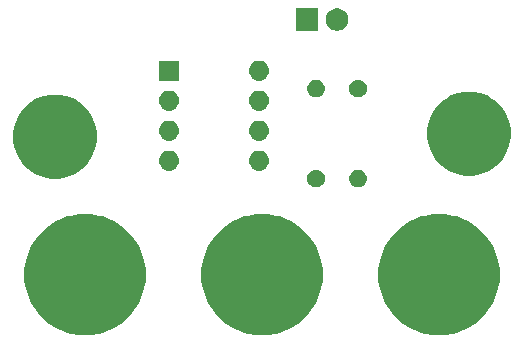
<source format=gts>
G04 #@! TF.GenerationSoftware,KiCad,Pcbnew,(5.0.1)-3*
G04 #@! TF.CreationDate,2019-09-11T17:54:32+05:30*
G04 #@! TF.ProjectId,kicad-tut,6B696361642D7475742E6B696361645F,v1.0*
G04 #@! TF.SameCoordinates,Original*
G04 #@! TF.FileFunction,Soldermask,Top*
G04 #@! TF.FilePolarity,Negative*
%FSLAX46Y46*%
G04 Gerber Fmt 4.6, Leading zero omitted, Abs format (unit mm)*
G04 Created by KiCad (PCBNEW (5.0.1)-3) date 09/11/19 17:54:32*
%MOMM*%
%LPD*%
G01*
G04 APERTURE LIST*
%ADD10C,0.100000*%
G04 APERTURE END LIST*
D10*
G36*
X129686225Y-97870454D02*
X130016658Y-97936181D01*
X130403443Y-98096393D01*
X130950439Y-98322966D01*
X131790825Y-98884494D01*
X132505506Y-99599175D01*
X133067034Y-100439561D01*
X133453819Y-101373343D01*
X133651000Y-102364639D01*
X133651000Y-103375361D01*
X133453819Y-104366657D01*
X133067034Y-105300439D01*
X132505506Y-106140825D01*
X131790825Y-106855506D01*
X130950439Y-107417034D01*
X130403443Y-107643607D01*
X130016658Y-107803819D01*
X129686225Y-107869546D01*
X129025361Y-108001000D01*
X128014639Y-108001000D01*
X127353775Y-107869546D01*
X127023342Y-107803819D01*
X126636557Y-107643607D01*
X126089561Y-107417034D01*
X125249175Y-106855506D01*
X124534494Y-106140825D01*
X123972966Y-105300439D01*
X123586181Y-104366657D01*
X123389000Y-103375361D01*
X123389000Y-102364639D01*
X123586181Y-101373343D01*
X123972966Y-100439561D01*
X124534494Y-99599175D01*
X125249175Y-98884494D01*
X126089561Y-98322966D01*
X126636557Y-98096393D01*
X127023342Y-97936181D01*
X127353775Y-97870454D01*
X128014639Y-97739000D01*
X129025361Y-97739000D01*
X129686225Y-97870454D01*
X129686225Y-97870454D01*
G37*
G36*
X159656225Y-97870454D02*
X159986658Y-97936181D01*
X160373443Y-98096393D01*
X160920439Y-98322966D01*
X161760825Y-98884494D01*
X162475506Y-99599175D01*
X163037034Y-100439561D01*
X163423819Y-101373343D01*
X163621000Y-102364639D01*
X163621000Y-103375361D01*
X163423819Y-104366657D01*
X163037034Y-105300439D01*
X162475506Y-106140825D01*
X161760825Y-106855506D01*
X160920439Y-107417034D01*
X160373443Y-107643607D01*
X159986658Y-107803819D01*
X159656225Y-107869546D01*
X158995361Y-108001000D01*
X157984639Y-108001000D01*
X157323775Y-107869546D01*
X156993342Y-107803819D01*
X156606557Y-107643607D01*
X156059561Y-107417034D01*
X155219175Y-106855506D01*
X154504494Y-106140825D01*
X153942966Y-105300439D01*
X153556181Y-104366657D01*
X153359000Y-103375361D01*
X153359000Y-102364639D01*
X153556181Y-101373343D01*
X153942966Y-100439561D01*
X154504494Y-99599175D01*
X155219175Y-98884494D01*
X156059561Y-98322966D01*
X156606557Y-98096393D01*
X156993342Y-97936181D01*
X157323775Y-97870454D01*
X157984639Y-97739000D01*
X158995361Y-97739000D01*
X159656225Y-97870454D01*
X159656225Y-97870454D01*
G37*
G36*
X144676225Y-97870454D02*
X145006658Y-97936181D01*
X145393443Y-98096393D01*
X145940439Y-98322966D01*
X146780825Y-98884494D01*
X147495506Y-99599175D01*
X148057034Y-100439561D01*
X148443819Y-101373343D01*
X148641000Y-102364639D01*
X148641000Y-103375361D01*
X148443819Y-104366657D01*
X148057034Y-105300439D01*
X147495506Y-106140825D01*
X146780825Y-106855506D01*
X145940439Y-107417034D01*
X145393443Y-107643607D01*
X145006658Y-107803819D01*
X144676225Y-107869546D01*
X144015361Y-108001000D01*
X143004639Y-108001000D01*
X142343775Y-107869546D01*
X142013342Y-107803819D01*
X141626557Y-107643607D01*
X141079561Y-107417034D01*
X140239175Y-106855506D01*
X139524494Y-106140825D01*
X138962966Y-105300439D01*
X138576181Y-104366657D01*
X138379000Y-103375361D01*
X138379000Y-102364639D01*
X138576181Y-101373343D01*
X138962966Y-100439561D01*
X139524494Y-99599175D01*
X140239175Y-98884494D01*
X141079561Y-98322966D01*
X141626557Y-98096393D01*
X142013342Y-97936181D01*
X142343775Y-97870454D01*
X143004639Y-97739000D01*
X144015361Y-97739000D01*
X144676225Y-97870454D01*
X144676225Y-97870454D01*
G37*
G36*
X151711665Y-93994622D02*
X151785222Y-94001867D01*
X151926786Y-94044810D01*
X152057252Y-94114546D01*
X152171606Y-94208394D01*
X152265454Y-94322748D01*
X152335190Y-94453214D01*
X152378133Y-94594778D01*
X152392633Y-94742000D01*
X152378133Y-94889222D01*
X152335190Y-95030786D01*
X152265454Y-95161252D01*
X152171606Y-95275606D01*
X152057252Y-95369454D01*
X151926786Y-95439190D01*
X151785222Y-95482133D01*
X151711665Y-95489378D01*
X151674888Y-95493000D01*
X151601112Y-95493000D01*
X151564335Y-95489378D01*
X151490778Y-95482133D01*
X151349214Y-95439190D01*
X151218748Y-95369454D01*
X151104394Y-95275606D01*
X151010546Y-95161252D01*
X150940810Y-95030786D01*
X150897867Y-94889222D01*
X150883367Y-94742000D01*
X150897867Y-94594778D01*
X150940810Y-94453214D01*
X151010546Y-94322748D01*
X151104394Y-94208394D01*
X151218748Y-94114546D01*
X151349214Y-94044810D01*
X151490778Y-94001867D01*
X151564335Y-93994622D01*
X151601112Y-93991000D01*
X151674888Y-93991000D01*
X151711665Y-93994622D01*
X151711665Y-93994622D01*
G37*
G36*
X148210600Y-94001867D02*
X148301059Y-94019860D01*
X148437732Y-94076472D01*
X148494715Y-94114547D01*
X148560738Y-94158662D01*
X148665338Y-94263262D01*
X148665340Y-94263265D01*
X148747528Y-94386268D01*
X148804140Y-94522941D01*
X148833000Y-94668033D01*
X148833000Y-94815967D01*
X148804140Y-94961059D01*
X148747528Y-95097732D01*
X148666446Y-95219079D01*
X148665338Y-95220738D01*
X148560738Y-95325338D01*
X148560735Y-95325340D01*
X148437732Y-95407528D01*
X148301059Y-95464140D01*
X148214004Y-95481456D01*
X148155969Y-95493000D01*
X148008031Y-95493000D01*
X147949996Y-95481456D01*
X147862941Y-95464140D01*
X147726268Y-95407528D01*
X147603265Y-95325340D01*
X147603262Y-95325338D01*
X147498662Y-95220738D01*
X147497554Y-95219079D01*
X147416472Y-95097732D01*
X147359860Y-94961059D01*
X147331000Y-94815967D01*
X147331000Y-94668033D01*
X147359860Y-94522941D01*
X147416472Y-94386268D01*
X147498660Y-94263265D01*
X147498662Y-94263262D01*
X147603262Y-94158662D01*
X147669285Y-94114547D01*
X147726268Y-94076472D01*
X147862941Y-94019860D01*
X147953400Y-94001867D01*
X148008031Y-93991000D01*
X148155969Y-93991000D01*
X148210600Y-94001867D01*
X148210600Y-94001867D01*
G37*
G36*
X127019786Y-87771462D02*
X127019788Y-87771463D01*
X127019789Y-87771463D01*
X127666029Y-88039144D01*
X127666030Y-88039145D01*
X128247634Y-88427760D01*
X128742240Y-88922366D01*
X128742242Y-88922369D01*
X129130856Y-89503971D01*
X129322647Y-89966996D01*
X129398538Y-90150214D01*
X129535000Y-90836256D01*
X129535000Y-91535744D01*
X129449062Y-91967786D01*
X129398537Y-92221789D01*
X129130856Y-92868029D01*
X129130855Y-92868030D01*
X128742240Y-93449634D01*
X128247634Y-93944240D01*
X128247631Y-93944242D01*
X127666029Y-94332856D01*
X127019789Y-94600537D01*
X127019788Y-94600537D01*
X127019786Y-94600538D01*
X126333744Y-94737000D01*
X125634256Y-94737000D01*
X124948214Y-94600538D01*
X124948212Y-94600537D01*
X124948211Y-94600537D01*
X124301971Y-94332856D01*
X123720369Y-93944242D01*
X123720366Y-93944240D01*
X123225760Y-93449634D01*
X122837145Y-92868030D01*
X122837144Y-92868029D01*
X122569463Y-92221789D01*
X122518939Y-91967786D01*
X122433000Y-91535744D01*
X122433000Y-90836256D01*
X122569462Y-90150214D01*
X122645353Y-89966996D01*
X122837144Y-89503971D01*
X123225758Y-88922369D01*
X123225760Y-88922366D01*
X123720366Y-88427760D01*
X124301970Y-88039145D01*
X124301971Y-88039144D01*
X124948211Y-87771463D01*
X124948212Y-87771463D01*
X124948214Y-87771462D01*
X125634256Y-87635000D01*
X126333744Y-87635000D01*
X127019786Y-87771462D01*
X127019786Y-87771462D01*
G37*
G36*
X162071786Y-87517462D02*
X162071788Y-87517463D01*
X162071789Y-87517463D01*
X162718029Y-87785144D01*
X162996444Y-87971175D01*
X163299634Y-88173760D01*
X163794240Y-88668366D01*
X163794242Y-88668369D01*
X164182856Y-89249971D01*
X164447126Y-89887977D01*
X164450538Y-89896214D01*
X164587000Y-90582256D01*
X164587000Y-91281744D01*
X164536477Y-91535743D01*
X164450537Y-91967789D01*
X164182856Y-92614029D01*
X163890764Y-93051175D01*
X163794240Y-93195634D01*
X163299634Y-93690240D01*
X163299631Y-93690242D01*
X162718029Y-94078856D01*
X162071789Y-94346537D01*
X162071788Y-94346537D01*
X162071786Y-94346538D01*
X161385744Y-94483000D01*
X160686256Y-94483000D01*
X160000214Y-94346538D01*
X160000212Y-94346537D01*
X160000211Y-94346537D01*
X159353971Y-94078856D01*
X158772369Y-93690242D01*
X158772366Y-93690240D01*
X158277760Y-93195634D01*
X158181236Y-93051175D01*
X157889144Y-92614029D01*
X157621463Y-91967789D01*
X157535524Y-91535743D01*
X157485000Y-91281744D01*
X157485000Y-90582256D01*
X157621462Y-89896214D01*
X157624874Y-89887977D01*
X157889144Y-89249971D01*
X158277758Y-88668369D01*
X158277760Y-88668366D01*
X158772366Y-88173760D01*
X159075556Y-87971175D01*
X159353971Y-87785144D01*
X160000211Y-87517463D01*
X160000212Y-87517463D01*
X160000214Y-87517462D01*
X160686256Y-87381000D01*
X161385744Y-87381000D01*
X162071786Y-87517462D01*
X162071786Y-87517462D01*
G37*
G36*
X143422821Y-92379313D02*
X143422824Y-92379314D01*
X143422825Y-92379314D01*
X143583239Y-92427975D01*
X143583241Y-92427976D01*
X143583244Y-92427977D01*
X143731078Y-92506995D01*
X143860659Y-92613341D01*
X143967005Y-92742922D01*
X144046023Y-92890756D01*
X144094687Y-93051179D01*
X144111117Y-93218000D01*
X144094687Y-93384821D01*
X144046023Y-93545244D01*
X143967005Y-93693078D01*
X143860659Y-93822659D01*
X143731078Y-93929005D01*
X143583244Y-94008023D01*
X143583241Y-94008024D01*
X143583239Y-94008025D01*
X143422825Y-94056686D01*
X143422824Y-94056686D01*
X143422821Y-94056687D01*
X143297804Y-94069000D01*
X143214196Y-94069000D01*
X143089179Y-94056687D01*
X143089176Y-94056686D01*
X143089175Y-94056686D01*
X142928761Y-94008025D01*
X142928759Y-94008024D01*
X142928756Y-94008023D01*
X142780922Y-93929005D01*
X142651341Y-93822659D01*
X142544995Y-93693078D01*
X142465977Y-93545244D01*
X142417313Y-93384821D01*
X142400883Y-93218000D01*
X142417313Y-93051179D01*
X142465977Y-92890756D01*
X142544995Y-92742922D01*
X142651341Y-92613341D01*
X142780922Y-92506995D01*
X142928756Y-92427977D01*
X142928759Y-92427976D01*
X142928761Y-92427975D01*
X143089175Y-92379314D01*
X143089176Y-92379314D01*
X143089179Y-92379313D01*
X143214196Y-92367000D01*
X143297804Y-92367000D01*
X143422821Y-92379313D01*
X143422821Y-92379313D01*
G37*
G36*
X135802821Y-92379313D02*
X135802824Y-92379314D01*
X135802825Y-92379314D01*
X135963239Y-92427975D01*
X135963241Y-92427976D01*
X135963244Y-92427977D01*
X136111078Y-92506995D01*
X136240659Y-92613341D01*
X136347005Y-92742922D01*
X136426023Y-92890756D01*
X136474687Y-93051179D01*
X136491117Y-93218000D01*
X136474687Y-93384821D01*
X136426023Y-93545244D01*
X136347005Y-93693078D01*
X136240659Y-93822659D01*
X136111078Y-93929005D01*
X135963244Y-94008023D01*
X135963241Y-94008024D01*
X135963239Y-94008025D01*
X135802825Y-94056686D01*
X135802824Y-94056686D01*
X135802821Y-94056687D01*
X135677804Y-94069000D01*
X135594196Y-94069000D01*
X135469179Y-94056687D01*
X135469176Y-94056686D01*
X135469175Y-94056686D01*
X135308761Y-94008025D01*
X135308759Y-94008024D01*
X135308756Y-94008023D01*
X135160922Y-93929005D01*
X135031341Y-93822659D01*
X134924995Y-93693078D01*
X134845977Y-93545244D01*
X134797313Y-93384821D01*
X134780883Y-93218000D01*
X134797313Y-93051179D01*
X134845977Y-92890756D01*
X134924995Y-92742922D01*
X135031341Y-92613341D01*
X135160922Y-92506995D01*
X135308756Y-92427977D01*
X135308759Y-92427976D01*
X135308761Y-92427975D01*
X135469175Y-92379314D01*
X135469176Y-92379314D01*
X135469179Y-92379313D01*
X135594196Y-92367000D01*
X135677804Y-92367000D01*
X135802821Y-92379313D01*
X135802821Y-92379313D01*
G37*
G36*
X143422821Y-89839313D02*
X143422824Y-89839314D01*
X143422825Y-89839314D01*
X143583239Y-89887975D01*
X143583241Y-89887976D01*
X143583244Y-89887977D01*
X143731078Y-89966995D01*
X143860659Y-90073341D01*
X143967005Y-90202922D01*
X144046023Y-90350756D01*
X144094687Y-90511179D01*
X144111117Y-90678000D01*
X144094687Y-90844821D01*
X144046023Y-91005244D01*
X143967005Y-91153078D01*
X143860659Y-91282659D01*
X143731078Y-91389005D01*
X143583244Y-91468023D01*
X143583241Y-91468024D01*
X143583239Y-91468025D01*
X143422825Y-91516686D01*
X143422824Y-91516686D01*
X143422821Y-91516687D01*
X143297804Y-91529000D01*
X143214196Y-91529000D01*
X143089179Y-91516687D01*
X143089176Y-91516686D01*
X143089175Y-91516686D01*
X142928761Y-91468025D01*
X142928759Y-91468024D01*
X142928756Y-91468023D01*
X142780922Y-91389005D01*
X142651341Y-91282659D01*
X142544995Y-91153078D01*
X142465977Y-91005244D01*
X142417313Y-90844821D01*
X142400883Y-90678000D01*
X142417313Y-90511179D01*
X142465977Y-90350756D01*
X142544995Y-90202922D01*
X142651341Y-90073341D01*
X142780922Y-89966995D01*
X142928756Y-89887977D01*
X142928759Y-89887976D01*
X142928761Y-89887975D01*
X143089175Y-89839314D01*
X143089176Y-89839314D01*
X143089179Y-89839313D01*
X143214196Y-89827000D01*
X143297804Y-89827000D01*
X143422821Y-89839313D01*
X143422821Y-89839313D01*
G37*
G36*
X135802821Y-89839313D02*
X135802824Y-89839314D01*
X135802825Y-89839314D01*
X135963239Y-89887975D01*
X135963241Y-89887976D01*
X135963244Y-89887977D01*
X136111078Y-89966995D01*
X136240659Y-90073341D01*
X136347005Y-90202922D01*
X136426023Y-90350756D01*
X136474687Y-90511179D01*
X136491117Y-90678000D01*
X136474687Y-90844821D01*
X136426023Y-91005244D01*
X136347005Y-91153078D01*
X136240659Y-91282659D01*
X136111078Y-91389005D01*
X135963244Y-91468023D01*
X135963241Y-91468024D01*
X135963239Y-91468025D01*
X135802825Y-91516686D01*
X135802824Y-91516686D01*
X135802821Y-91516687D01*
X135677804Y-91529000D01*
X135594196Y-91529000D01*
X135469179Y-91516687D01*
X135469176Y-91516686D01*
X135469175Y-91516686D01*
X135308761Y-91468025D01*
X135308759Y-91468024D01*
X135308756Y-91468023D01*
X135160922Y-91389005D01*
X135031341Y-91282659D01*
X134924995Y-91153078D01*
X134845977Y-91005244D01*
X134797313Y-90844821D01*
X134780883Y-90678000D01*
X134797313Y-90511179D01*
X134845977Y-90350756D01*
X134924995Y-90202922D01*
X135031341Y-90073341D01*
X135160922Y-89966995D01*
X135308756Y-89887977D01*
X135308759Y-89887976D01*
X135308761Y-89887975D01*
X135469175Y-89839314D01*
X135469176Y-89839314D01*
X135469179Y-89839313D01*
X135594196Y-89827000D01*
X135677804Y-89827000D01*
X135802821Y-89839313D01*
X135802821Y-89839313D01*
G37*
G36*
X143422821Y-87299313D02*
X143422824Y-87299314D01*
X143422825Y-87299314D01*
X143583239Y-87347975D01*
X143583241Y-87347976D01*
X143583244Y-87347977D01*
X143731078Y-87426995D01*
X143860659Y-87533341D01*
X143967005Y-87662922D01*
X144046023Y-87810756D01*
X144046024Y-87810759D01*
X144046025Y-87810761D01*
X144064905Y-87873000D01*
X144094687Y-87971179D01*
X144111117Y-88138000D01*
X144094687Y-88304821D01*
X144094686Y-88304824D01*
X144094686Y-88304825D01*
X144057395Y-88427758D01*
X144046023Y-88465244D01*
X143967005Y-88613078D01*
X143860659Y-88742659D01*
X143731078Y-88849005D01*
X143583244Y-88928023D01*
X143583241Y-88928024D01*
X143583239Y-88928025D01*
X143422825Y-88976686D01*
X143422824Y-88976686D01*
X143422821Y-88976687D01*
X143297804Y-88989000D01*
X143214196Y-88989000D01*
X143089179Y-88976687D01*
X143089176Y-88976686D01*
X143089175Y-88976686D01*
X142928761Y-88928025D01*
X142928759Y-88928024D01*
X142928756Y-88928023D01*
X142780922Y-88849005D01*
X142651341Y-88742659D01*
X142544995Y-88613078D01*
X142465977Y-88465244D01*
X142454606Y-88427758D01*
X142417314Y-88304825D01*
X142417314Y-88304824D01*
X142417313Y-88304821D01*
X142400883Y-88138000D01*
X142417313Y-87971179D01*
X142447095Y-87873000D01*
X142465975Y-87810761D01*
X142465976Y-87810759D01*
X142465977Y-87810756D01*
X142544995Y-87662922D01*
X142651341Y-87533341D01*
X142780922Y-87426995D01*
X142928756Y-87347977D01*
X142928759Y-87347976D01*
X142928761Y-87347975D01*
X143089175Y-87299314D01*
X143089176Y-87299314D01*
X143089179Y-87299313D01*
X143214196Y-87287000D01*
X143297804Y-87287000D01*
X143422821Y-87299313D01*
X143422821Y-87299313D01*
G37*
G36*
X135802821Y-87299313D02*
X135802824Y-87299314D01*
X135802825Y-87299314D01*
X135963239Y-87347975D01*
X135963241Y-87347976D01*
X135963244Y-87347977D01*
X136111078Y-87426995D01*
X136240659Y-87533341D01*
X136347005Y-87662922D01*
X136426023Y-87810756D01*
X136426024Y-87810759D01*
X136426025Y-87810761D01*
X136444905Y-87873000D01*
X136474687Y-87971179D01*
X136491117Y-88138000D01*
X136474687Y-88304821D01*
X136474686Y-88304824D01*
X136474686Y-88304825D01*
X136437395Y-88427758D01*
X136426023Y-88465244D01*
X136347005Y-88613078D01*
X136240659Y-88742659D01*
X136111078Y-88849005D01*
X135963244Y-88928023D01*
X135963241Y-88928024D01*
X135963239Y-88928025D01*
X135802825Y-88976686D01*
X135802824Y-88976686D01*
X135802821Y-88976687D01*
X135677804Y-88989000D01*
X135594196Y-88989000D01*
X135469179Y-88976687D01*
X135469176Y-88976686D01*
X135469175Y-88976686D01*
X135308761Y-88928025D01*
X135308759Y-88928024D01*
X135308756Y-88928023D01*
X135160922Y-88849005D01*
X135031341Y-88742659D01*
X134924995Y-88613078D01*
X134845977Y-88465244D01*
X134834606Y-88427758D01*
X134797314Y-88304825D01*
X134797314Y-88304824D01*
X134797313Y-88304821D01*
X134780883Y-88138000D01*
X134797313Y-87971179D01*
X134827095Y-87873000D01*
X134845975Y-87810761D01*
X134845976Y-87810759D01*
X134845977Y-87810756D01*
X134924995Y-87662922D01*
X135031341Y-87533341D01*
X135160922Y-87426995D01*
X135308756Y-87347977D01*
X135308759Y-87347976D01*
X135308761Y-87347975D01*
X135469175Y-87299314D01*
X135469176Y-87299314D01*
X135469179Y-87299313D01*
X135594196Y-87287000D01*
X135677804Y-87287000D01*
X135802821Y-87299313D01*
X135802821Y-87299313D01*
G37*
G36*
X151766600Y-86381867D02*
X151857059Y-86399860D01*
X151993732Y-86456472D01*
X152050715Y-86494547D01*
X152116738Y-86538662D01*
X152221338Y-86643262D01*
X152221340Y-86643265D01*
X152303528Y-86766268D01*
X152360140Y-86902941D01*
X152389000Y-87048033D01*
X152389000Y-87195967D01*
X152360140Y-87341059D01*
X152303528Y-87477732D01*
X152222446Y-87599079D01*
X152221338Y-87600738D01*
X152116738Y-87705338D01*
X152116735Y-87705340D01*
X151993732Y-87787528D01*
X151857059Y-87844140D01*
X151770004Y-87861456D01*
X151711969Y-87873000D01*
X151564031Y-87873000D01*
X151505996Y-87861456D01*
X151418941Y-87844140D01*
X151282268Y-87787528D01*
X151159265Y-87705340D01*
X151159262Y-87705338D01*
X151054662Y-87600738D01*
X151053554Y-87599079D01*
X150972472Y-87477732D01*
X150915860Y-87341059D01*
X150887000Y-87195967D01*
X150887000Y-87048033D01*
X150915860Y-86902941D01*
X150972472Y-86766268D01*
X151054660Y-86643265D01*
X151054662Y-86643262D01*
X151159262Y-86538662D01*
X151225285Y-86494547D01*
X151282268Y-86456472D01*
X151418941Y-86399860D01*
X151509400Y-86381867D01*
X151564031Y-86371000D01*
X151711969Y-86371000D01*
X151766600Y-86381867D01*
X151766600Y-86381867D01*
G37*
G36*
X148155665Y-86374622D02*
X148229222Y-86381867D01*
X148370786Y-86424810D01*
X148501252Y-86494546D01*
X148615606Y-86588394D01*
X148709454Y-86702748D01*
X148779190Y-86833214D01*
X148822133Y-86974778D01*
X148836633Y-87122000D01*
X148822133Y-87269222D01*
X148779190Y-87410786D01*
X148709454Y-87541252D01*
X148615606Y-87655606D01*
X148501252Y-87749454D01*
X148370786Y-87819190D01*
X148229222Y-87862133D01*
X148155665Y-87869378D01*
X148118888Y-87873000D01*
X148045112Y-87873000D01*
X148008335Y-87869378D01*
X147934778Y-87862133D01*
X147793214Y-87819190D01*
X147662748Y-87749454D01*
X147548394Y-87655606D01*
X147454546Y-87541252D01*
X147384810Y-87410786D01*
X147341867Y-87269222D01*
X147327367Y-87122000D01*
X147341867Y-86974778D01*
X147384810Y-86833214D01*
X147454546Y-86702748D01*
X147548394Y-86588394D01*
X147662748Y-86494546D01*
X147793214Y-86424810D01*
X147934778Y-86381867D01*
X148008335Y-86374622D01*
X148045112Y-86371000D01*
X148118888Y-86371000D01*
X148155665Y-86374622D01*
X148155665Y-86374622D01*
G37*
G36*
X136487000Y-86449000D02*
X134785000Y-86449000D01*
X134785000Y-84747000D01*
X136487000Y-84747000D01*
X136487000Y-86449000D01*
X136487000Y-86449000D01*
G37*
G36*
X143422821Y-84759313D02*
X143422824Y-84759314D01*
X143422825Y-84759314D01*
X143583239Y-84807975D01*
X143583241Y-84807976D01*
X143583244Y-84807977D01*
X143731078Y-84886995D01*
X143860659Y-84993341D01*
X143967005Y-85122922D01*
X144046023Y-85270756D01*
X144094687Y-85431179D01*
X144111117Y-85598000D01*
X144094687Y-85764821D01*
X144046023Y-85925244D01*
X143967005Y-86073078D01*
X143860659Y-86202659D01*
X143731078Y-86309005D01*
X143583244Y-86388023D01*
X143583241Y-86388024D01*
X143583239Y-86388025D01*
X143422825Y-86436686D01*
X143422824Y-86436686D01*
X143422821Y-86436687D01*
X143297804Y-86449000D01*
X143214196Y-86449000D01*
X143089179Y-86436687D01*
X143089176Y-86436686D01*
X143089175Y-86436686D01*
X142928761Y-86388025D01*
X142928759Y-86388024D01*
X142928756Y-86388023D01*
X142780922Y-86309005D01*
X142651341Y-86202659D01*
X142544995Y-86073078D01*
X142465977Y-85925244D01*
X142417313Y-85764821D01*
X142400883Y-85598000D01*
X142417313Y-85431179D01*
X142465977Y-85270756D01*
X142544995Y-85122922D01*
X142651341Y-84993341D01*
X142780922Y-84886995D01*
X142928756Y-84807977D01*
X142928759Y-84807976D01*
X142928761Y-84807975D01*
X143089175Y-84759314D01*
X143089176Y-84759314D01*
X143089179Y-84759313D01*
X143214196Y-84747000D01*
X143297804Y-84747000D01*
X143422821Y-84759313D01*
X143422821Y-84759313D01*
G37*
G36*
X150137396Y-80365546D02*
X150310466Y-80437234D01*
X150466230Y-80541312D01*
X150598688Y-80673770D01*
X150702766Y-80829534D01*
X150774454Y-81002604D01*
X150811000Y-81186333D01*
X150811000Y-81373667D01*
X150774454Y-81557396D01*
X150702766Y-81730466D01*
X150598688Y-81886230D01*
X150466230Y-82018688D01*
X150310466Y-82122766D01*
X150137396Y-82194454D01*
X149953667Y-82231000D01*
X149766333Y-82231000D01*
X149582604Y-82194454D01*
X149409534Y-82122766D01*
X149253770Y-82018688D01*
X149121312Y-81886230D01*
X149017234Y-81730466D01*
X148945546Y-81557396D01*
X148909000Y-81373667D01*
X148909000Y-81186333D01*
X148945546Y-81002604D01*
X149017234Y-80829534D01*
X149121312Y-80673770D01*
X149253770Y-80541312D01*
X149409534Y-80437234D01*
X149582604Y-80365546D01*
X149766333Y-80329000D01*
X149953667Y-80329000D01*
X150137396Y-80365546D01*
X150137396Y-80365546D01*
G37*
G36*
X148271000Y-82231000D02*
X146369000Y-82231000D01*
X146369000Y-80329000D01*
X148271000Y-80329000D01*
X148271000Y-82231000D01*
X148271000Y-82231000D01*
G37*
M02*

</source>
